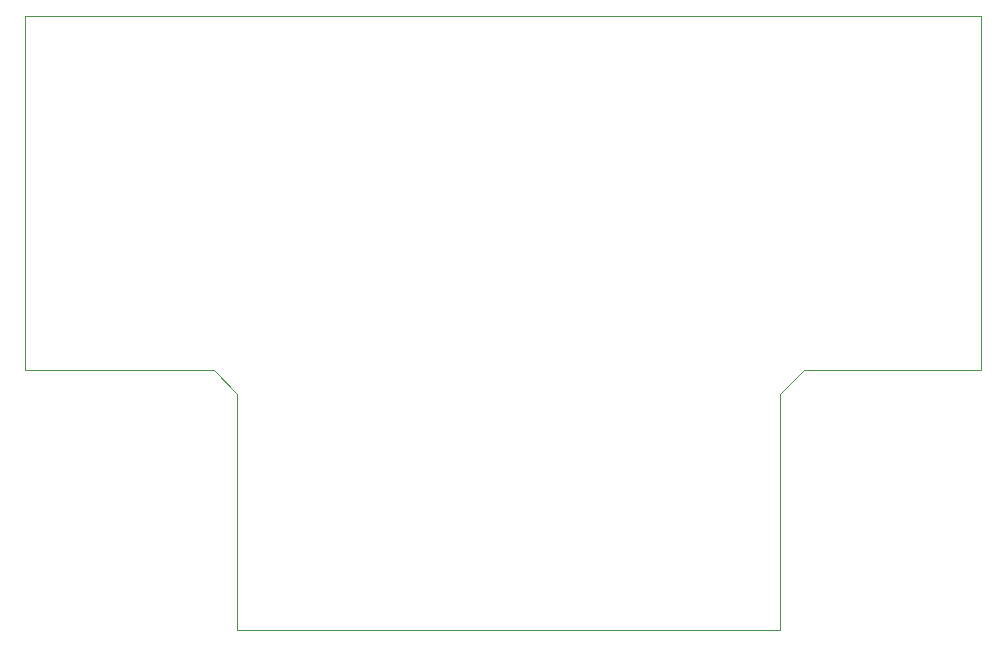
<source format=gbr>
%TF.GenerationSoftware,KiCad,Pcbnew,7.0.9*%
%TF.CreationDate,2024-12-10T16:14:57+09:00*%
%TF.ProjectId,02-LINE,30322d4c-494e-4452-9e6b-696361645f70,rev?*%
%TF.SameCoordinates,Original*%
%TF.FileFunction,Profile,NP*%
%FSLAX46Y46*%
G04 Gerber Fmt 4.6, Leading zero omitted, Abs format (unit mm)*
G04 Created by KiCad (PCBNEW 7.0.9) date 2024-12-10 16:14:57*
%MOMM*%
%LPD*%
G01*
G04 APERTURE LIST*
%TA.AperFunction,Profile*%
%ADD10C,0.100000*%
%TD*%
G04 APERTURE END LIST*
D10*
X173000000Y-140000000D02*
X127000000Y-140000000D01*
X175000000Y-118000000D02*
X173000000Y-120000000D01*
X125000000Y-118000000D02*
X109000000Y-118000000D01*
X109000000Y-88000000D02*
X190000000Y-88000000D01*
X127000000Y-120000000D02*
X125000000Y-118000000D01*
X127000000Y-120000000D02*
X127000000Y-140000000D01*
X190000000Y-118000000D02*
X175000000Y-118000000D01*
X109000000Y-88000000D02*
X109000000Y-118000000D01*
X190000000Y-88000000D02*
X190000000Y-118000000D01*
X173000000Y-120000000D02*
X173000000Y-140000000D01*
M02*

</source>
